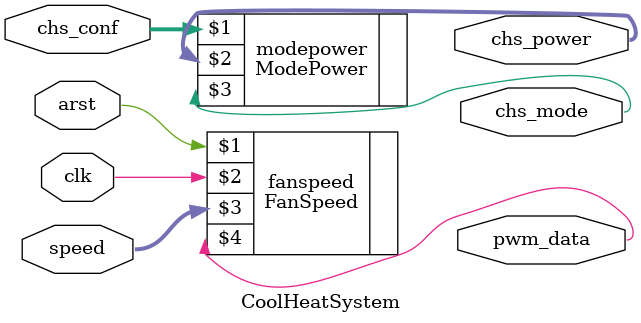
<source format=v>
`timescale 1ns/ 1ns
/*--  *******************************************************
--  Computer Architecture Course, Laboratory Sources 
--  Amirkabir University of Technology (Tehran Polytechnic)
--  Department of Computer Engineering (CE-AUT)
--  https://ce[dot]aut[dot]ac[dot]ir
--  *******************************************************
--  All Rights reserved (C) 2019-2020
--  *******************************************************
--  Student ID  : 
--  Student Name: 
--  Student Mail: 
--  *******************************************************
--  Additional Comments:
--
--*/

/*-----------------------------------------------------------
---  Module Name: Cool Heat System
---  Description: Module3:
-----------------------------------------------------------*/
module CoolHeatSystem (
	input        arst      , // reset [asynch]  
	input        clk       , // clock [posedge] 
	input  [7:0] speed     , // speed [duty-cycle]  
	input  [7:0] chs_conf  , // degree [temprature] 
	output [3:0] chs_power , // power  [cooler/heater] 
	output       chs_mode  , // model  [heat=1/cool=0]
	output       pwm_data    // data  [output]
);

	FanSpeed fanspeed (arst, clk, speed, pwm_data);
	ModePower modepower (chs_conf, chs_power, chs_mode);
	
endmodule
</source>
